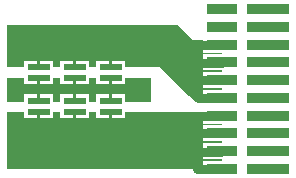
<source format=gtl>
G04*
G04 #@! TF.GenerationSoftware,Altium Limited,Altium Designer,23.6.0 (18)*
G04*
G04 Layer_Physical_Order=1*
G04 Layer_Color=255*
%FSLAX44Y44*%
%MOMM*%
G71*
G04*
G04 #@! TF.SameCoordinates,FE8EB53B-A1C7-40CC-A93C-7614493BD9FC*
G04*
G04*
G04 #@! TF.FilePolarity,Positive*
G04*
G01*
G75*
%ADD13R,3.5500X0.8500*%
%ADD14R,2.6500X0.8500*%
%ADD15R,1.9000X0.6000*%
%ADD17C,0.7500*%
%ADD18C,0.2540*%
G36*
X600710Y604520D02*
X609420D01*
Y601980D01*
X625210D01*
Y599440D01*
X609420D01*
Y593920D01*
X625210D01*
Y592500D01*
X609420D01*
Y586980D01*
X625210D01*
Y584440D01*
X609420D01*
Y578920D01*
X625210D01*
Y577500D01*
X618865D01*
X618490Y577575D01*
X618115Y577500D01*
X609420D01*
Y571980D01*
X625210D01*
Y569440D01*
X609420D01*
Y563920D01*
X625210D01*
Y562500D01*
X622605D01*
X622230Y562575D01*
X621855Y562500D01*
X609420D01*
Y557530D01*
X596900D01*
X572770Y581660D01*
X542900D01*
Y587200D01*
X532130D01*
Y581660D01*
X529590D01*
Y587200D01*
X518820D01*
Y581660D01*
X512420D01*
Y587200D01*
X501650D01*
Y581660D01*
X499110D01*
Y587200D01*
X488340D01*
Y581660D01*
X481940D01*
Y587200D01*
X471170D01*
Y581660D01*
X468630D01*
Y587200D01*
X457860D01*
Y581660D01*
X443230D01*
Y617220D01*
X588010D01*
X600710Y604520D01*
D02*
G37*
G36*
X565150Y552450D02*
X542900D01*
Y558680D01*
X532130D01*
Y553140D01*
X529590D01*
Y558680D01*
X518820D01*
Y552450D01*
X512420D01*
Y558680D01*
X501650D01*
Y553140D01*
X499110D01*
Y558680D01*
X488340D01*
Y552450D01*
X481940D01*
Y558680D01*
X471170D01*
Y553140D01*
X468630D01*
Y558680D01*
X457860D01*
Y552450D01*
X443230D01*
Y572770D01*
X457860D01*
Y567120D01*
X468630D01*
Y572660D01*
X471170D01*
Y567120D01*
X481940D01*
Y572770D01*
X488340D01*
Y567120D01*
X499110D01*
Y572660D01*
X501650D01*
Y567120D01*
X512420D01*
Y572770D01*
X518820D01*
Y567120D01*
X529590D01*
Y572660D01*
X532130D01*
Y567120D01*
X542900D01*
Y572770D01*
X565150D01*
Y552450D01*
D02*
G37*
G36*
X471170Y538600D02*
X481940D01*
Y543560D01*
X488340D01*
Y538600D01*
X499110D01*
Y544140D01*
X501650D01*
Y538600D01*
X512420D01*
Y543560D01*
X518820D01*
Y538600D01*
X529590D01*
Y544140D01*
X532130D01*
Y538600D01*
X542900D01*
Y543560D01*
X609420D01*
Y541980D01*
X625210D01*
Y539440D01*
X609420D01*
Y533920D01*
X625210D01*
Y532500D01*
X609420D01*
Y526980D01*
X625210D01*
Y524440D01*
X609420D01*
Y518920D01*
X625210D01*
Y517500D01*
X609420D01*
Y511980D01*
X625210D01*
Y509440D01*
X609420D01*
Y503920D01*
X625210D01*
Y502500D01*
X609420D01*
Y495710D01*
X443230D01*
Y543560D01*
X457860D01*
Y538600D01*
X468630D01*
Y544140D01*
X471170D01*
Y538600D01*
D02*
G37*
D13*
X664210Y495710D02*
D03*
Y510710D02*
D03*
Y525710D02*
D03*
Y540710D02*
D03*
Y555710D02*
D03*
Y570710D02*
D03*
Y585710D02*
D03*
Y600710D02*
D03*
Y615710D02*
D03*
Y630710D02*
D03*
D14*
X625210Y495710D02*
D03*
Y510710D02*
D03*
Y525710D02*
D03*
Y540710D02*
D03*
Y555710D02*
D03*
Y570710D02*
D03*
Y585710D02*
D03*
Y600710D02*
D03*
Y615710D02*
D03*
Y630710D02*
D03*
D15*
X500380Y553140D02*
D03*
Y544140D02*
D03*
Y581660D02*
D03*
Y572660D02*
D03*
X469900Y581660D02*
D03*
Y572660D02*
D03*
X530860Y544140D02*
D03*
Y553140D02*
D03*
Y572660D02*
D03*
Y581660D02*
D03*
X469900Y544140D02*
D03*
Y553140D02*
D03*
D17*
X602920Y510210D02*
X624710D01*
X601980Y509270D02*
X602920Y510210D01*
X604110Y495710D02*
X625210D01*
X624710Y510210D02*
X625210Y510710D01*
X625140Y525780D02*
X625210Y525710D01*
X601980Y525780D02*
X625140D01*
X600400Y540710D02*
X625210D01*
X599440Y539750D02*
X600400Y540710D01*
X598102Y562678D02*
Y568892D01*
Y562678D02*
X605070Y555710D01*
X625210D01*
X600677Y570710D02*
X625210D01*
X624970Y585470D02*
X625210Y585710D01*
X604520Y585470D02*
X624970D01*
X601980Y600710D02*
X625210D01*
D18*
X622230Y558690D02*
X625210Y555710D01*
X530860Y581660D02*
X537360D01*
M02*

</source>
